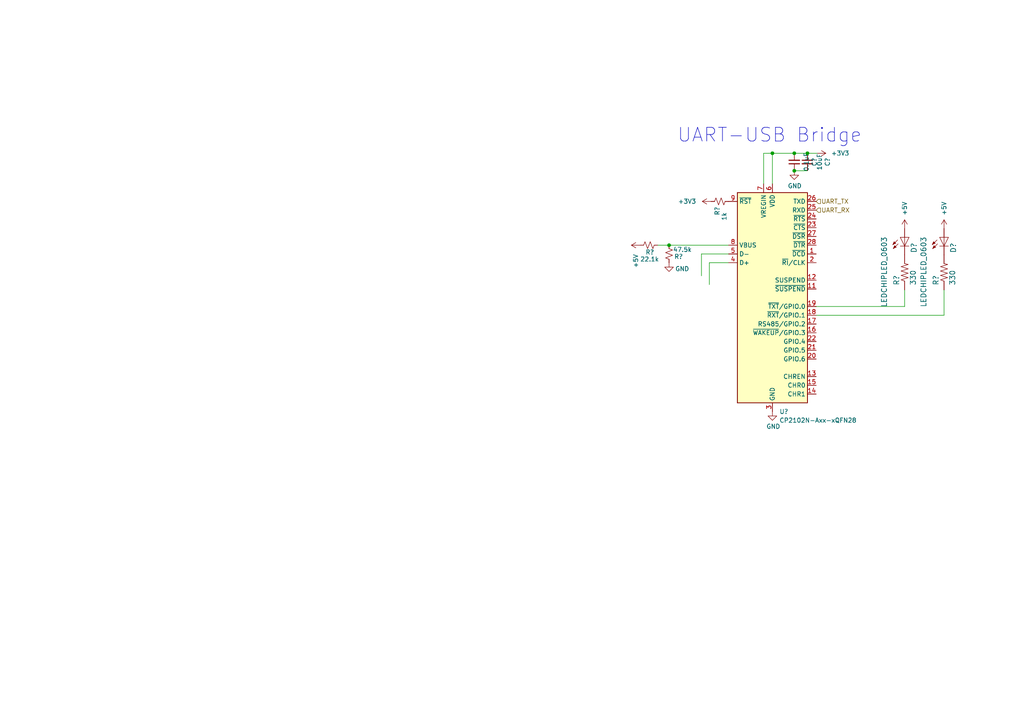
<source format=kicad_sch>
(kicad_sch (version 20211123) (generator eeschema)
  (paper "A4")
  (lib_symbols
    (symbol "Device:C_Small" (pin_numbers hide) (pin_names (offset 0.254) hide)
      (property "Reference" "C" (at 0.254 1.778 0))
      (property "Value" "C_Small" (at 0.254 -2.032 0))
      (symbol "C_Small_0_1"
        (polyline (pts (xy -1.524 -0.508) (xy 1.524 -0.508)) (stroke (width 0.3302)))
        (polyline (pts (xy -1.524 0.508) (xy 1.524 0.508)) (stroke (width 0.3048)))
      )
      (symbol "C_Small_1_1"
        (pin passive line (at 0 2.54 270) (length 2.032) (name "~") (number "1"))
        (pin passive line (at 0 -2.54 90) (length 2.032) (name "~") (number "2"))
      )
    )
    (symbol "Device:R_Small_US" (pin_numbers hide) (pin_names (offset 0.254) hide)
      (property "Reference" "R" (at 0.762 0.508 0))
      (property "Value" "R_Small_US" (at 0.762 -1.016 0))
      (symbol "R_Small_US_1_1"
        (polyline (pts (xy 0 0) (xy 1.016 -0.381) (xy 0 -0.762) (xy -1.016 -1.143) (xy 0 -1.524)))
        (polyline (pts (xy 0 1.524) (xy 1.016 1.143) (xy 0 0.762) (xy -1.016 0.381) (xy 0 0)))
        (pin passive line (at 0 2.54 270) (length 1.016) (name "~") (number "1"))
        (pin passive line (at 0 -2.54 90) (length 1.016) (name "~") (number "2"))
      )
    )
    (symbol "EK-TM4C1294XL_REV_D-eagle-import:LEDCHIPLED_0603" (pin_names (offset 1.016))
      (property "Reference" "LED" (at 3.556 -4.572 90))
      (property "Value" "LEDCHIPLED_0603" (at 5.715 -4.572 90))
      (symbol "LEDCHIPLED_0603_1_0"
        (polyline (pts (xy -2.032 -0.762) (xy -3.429 -2.159)))
        (polyline (pts (xy -1.905 -1.905) (xy -3.302 -3.302)))
        (polyline (pts (xy 0 -2.54) (xy -1.27 -2.54)))
        (polyline (pts (xy 0 -2.54) (xy -1.27 0)))
        (polyline (pts (xy 0 0) (xy -1.27 0)))
        (polyline (pts (xy 0 0) (xy 0 -2.54)))
        (polyline (pts (xy 1.27 -2.54) (xy 0 -2.54)))
        (polyline (pts (xy 1.27 0) (xy 0 -2.54)))
        (polyline (pts (xy 1.27 0) (xy 0 0)))
        (polyline (pts (xy -3.429 -2.159) (xy -3.048 -1.27) (xy -2.54 -1.778)) (fill (type outline)))
        (polyline (pts (xy -3.302 -3.302) (xy -2.921 -2.413) (xy -2.413 -2.921)) (fill (type outline)))
        (pin passive line (at 0 2.54 270) (length 2.54) (name "A") (number "A"))
        (pin passive line (at 0 -5.08 90) (length 2.54) (name "C") (number "C"))
      )
    )
    (symbol "EK-TM4C1294XL_REV_D-eagle-import:R-US_R0402" (pin_names (offset 1.016))
      (property "Reference" "R" (at -3.81 1.4986 0))
      (property "Value" "R-US_R0402" (at -3.81 -3.302 0))
      (symbol "R-US_R0402_1_0"
        (polyline (pts (xy -2.54 0) (xy -2.159 1.016)))
        (polyline (pts (xy -2.159 1.016) (xy -1.524 -1.016)))
        (polyline (pts (xy -1.524 -1.016) (xy -0.889 1.016)))
        (polyline (pts (xy -0.889 1.016) (xy -0.254 -1.016)))
        (polyline (pts (xy -0.254 -1.016) (xy 0.381 1.016)))
        (polyline (pts (xy 0.381 1.016) (xy 1.016 -1.016)))
        (polyline (pts (xy 1.016 -1.016) (xy 1.651 1.016)))
        (polyline (pts (xy 1.651 1.016) (xy 2.286 -1.016)))
        (polyline (pts (xy 2.286 -1.016) (xy 2.54 0)))
        (pin passive line (at -5.08 0 0) (length 2.54) (name "1") (number "1"))
        (pin passive line (at 5.08 0 180) (length 2.54) (name "2") (number "2"))
      )
    )
    (symbol "Interface_USB:CP2102N-Axx-xQFN28"
      (property "Reference" "U" (at -8.89 31.75 0))
      (property "Value" "CP2102N-Axx-xQFN28" (at 12.7 31.75 0))
      (symbol "CP2102N-Axx-xQFN28_0_1"
        (rectangle (start -10.16 30.48) (end 10.16 -30.48) (stroke (width 0.254)) (fill (type background)))
      )
      (symbol "CP2102N-Axx-xQFN28_1_1"
        (pin input line (at 12.7 12.7 180) (length 2.54) (name "~{DCD}") (number "1"))
        (pin no_connect line (at -10.16 -27.94 0) (length 2.54) hide (name "NC") (number "10"))
        (pin output line (at 12.7 2.54 180) (length 2.54) (name "~{SUSPEND}") (number "11"))
        (pin output line (at 12.7 5.08 180) (length 2.54) (name "SUSPEND") (number "12"))
        (pin output line (at 12.7 -22.86 180) (length 2.54) (name "CHREN") (number "13"))
        (pin output line (at 12.7 -27.94 180) (length 2.54) (name "CHR1") (number "14"))
        (pin output line (at 12.7 -25.4 180) (length 2.54) (name "CHR0") (number "15"))
        (pin bidirectional line (at 12.7 -10.16 180) (length 2.54) (name "~{WAKEUP}/GPIO.3") (number "16"))
        (pin bidirectional line (at 12.7 -7.62 180) (length 2.54) (name "RS485/GPIO.2") (number "17"))
        (pin bidirectional line (at 12.7 -5.08 180) (length 2.54) (name "~{RXT}/GPIO.1") (number "18"))
        (pin bidirectional line (at 12.7 -2.54 180) (length 2.54) (name "~{TXT}/GPIO.0") (number "19"))
        (pin bidirectional line (at 12.7 10.16 180) (length 2.54) (name "~{RI}/CLK") (number "2"))
        (pin bidirectional line (at 12.7 -17.78 180) (length 2.54) (name "GPIO.6") (number "20"))
        (pin bidirectional line (at 12.7 -15.24 180) (length 2.54) (name "GPIO.5") (number "21"))
        (pin bidirectional line (at 12.7 -12.7 180) (length 2.54) (name "GPIO.4") (number "22"))
        (pin input line (at 12.7 20.32 180) (length 2.54) (name "~{CTS}") (number "23"))
        (pin output line (at 12.7 22.86 180) (length 2.54) (name "~{RTS}") (number "24"))
        (pin input line (at 12.7 25.4 180) (length 2.54) (name "RXD") (number "25"))
        (pin output line (at 12.7 27.94 180) (length 2.54) (name "TXD") (number "26"))
        (pin input line (at 12.7 17.78 180) (length 2.54) (name "~{DSR}") (number "27"))
        (pin output line (at 12.7 15.24 180) (length 2.54) (name "~{DTR}") (number "28"))
        (pin passive line (at 0 -33.02 90) (length 2.54) hide (name "GND") (number "29"))
        (pin power_in line (at 0 -33.02 90) (length 2.54) (name "GND") (number "3"))
        (pin bidirectional line (at -12.7 10.16 0) (length 2.54) (name "D+") (number "4"))
        (pin bidirectional line (at -12.7 12.7 0) (length 2.54) (name "D-") (number "5"))
        (pin power_in line (at 0 33.02 270) (length 2.54) (name "VDD") (number "6"))
        (pin power_in line (at -2.54 33.02 270) (length 2.54) (name "VREGIN") (number "7"))
        (pin input line (at -12.7 15.24 0) (length 2.54) (name "VBUS") (number "8"))
        (pin input line (at -12.7 27.94 0) (length 2.54) (name "~{RST}") (number "9"))
      )
    )
    (symbol "power:+3.3V" (power) (pin_names (offset 0))
      (property "Value" "+3.3V" (at 0 3.556 0))
      (symbol "+3.3V_0_1"
        (polyline (pts (xy -0.762 1.27) (xy 0 2.54)))
        (polyline (pts (xy 0 0) (xy 0 2.54)))
        (polyline (pts (xy 0 2.54) (xy 0.762 1.27)))
      )
      (symbol "+3.3V_1_1"
        (pin power_in line (at 0 0 90) (length 0) hide (name "+3V3") (number "1"))
      )
    )
    (symbol "power:+5V" (power) (pin_names (offset 0))
      (property "Value" "+5V" (at 0 3.556 0))
      (symbol "+5V_0_1"
        (polyline (pts (xy -0.762 1.27) (xy 0 2.54)))
        (polyline (pts (xy 0 0) (xy 0 2.54)))
        (polyline (pts (xy 0 2.54) (xy 0.762 1.27)))
      )
      (symbol "+5V_1_1"
        (pin power_in line (at 0 0 90) (length 0) hide (name "+5V") (number "1"))
      )
    )
    (symbol "power:GND" (power) (pin_names (offset 0))
      (property "Value" "GND" (at 0 -3.81 0))
      (symbol "GND_0_1"
        (polyline (pts (xy 0 0) (xy 0 -1.27) (xy 1.27 -1.27) (xy 0 -2.54) (xy -1.27 -1.27) (xy 0 -1.27)))
      )
      (symbol "GND_1_1"
        (pin power_in line (at 0 0 270) (length 0) hide (name "GND") (number "1"))
      )
    )
  )
  (junction (at 234.188 44.45))
  (junction (at 230.378 49.53))
  (junction (at 230.378 44.45))
  (junction (at 224.028 44.45))
  (junction (at 194.056 71.12))
  (wire (pts (xy 203.454 73.66) (xy 211.328 73.66)))
  (wire (pts (xy 194.056 71.12) (xy 211.328 71.12)))
  (wire (pts (xy 203.454 80.01) (xy 203.454 73.66)))
  (wire (pts (xy 211.328 76.2) (xy 205.74 76.2)))
  (wire (pts (xy 230.378 44.45) (xy 234.188 44.45)))
  (wire (pts (xy 273.812 84.074) (xy 273.812 91.44)))
  (wire (pts (xy 262.382 88.9) (xy 236.728 88.9)))
  (wire (pts (xy 273.812 91.44) (xy 236.728 91.44)))
  (wire (pts (xy 205.74 76.2) (xy 205.74 82.55)))
  (wire (pts (xy 224.028 44.45) (xy 230.378 44.45)))
  (wire (pts (xy 262.382 84.074) (xy 262.382 88.9)))
  (wire (pts (xy 221.488 44.45) (xy 224.028 44.45)))
  (wire (pts (xy 230.378 49.53) (xy 234.188 49.53)))
  (wire (pts (xy 221.488 44.45) (xy 221.488 53.34)))
  (wire (pts (xy 224.028 44.45) (xy 224.028 53.34)))
  (wire (pts (xy 190.754 71.12) (xy 194.056 71.12)))
  (wire (pts (xy 234.188 44.45) (xy 236.982 44.45)))
  (text "UART-USB Bridge" (at 196.342 41.656 0) (effects (font (size 3.9878 3.9878)) (justify left bottom)))
  (hierarchical_label "UART_RX" (shape input) (at 236.728 60.96 0))
  (hierarchical_label "UART_TX" (shape input) (at 236.728 58.42 0))
  (symbol (lib_id "power:+5V") (at 185.674 71.12 90) (unit 1)
    (property "Reference" "#PWR?" (effects hide))
    (property "Value" "+5V" (at 184.4041 73.66 0) (effects (justify right)))
  )
  (symbol (lib_id "power:+5V") (at 273.812 66.294 0) (unit 1)
    (property "Reference" "#PWR?" (effects hide))
    (property "Value" "+5V" (at 273.812 58.42 90) (effects (justify right)))
  )
  (symbol (lib_id "Device:R_Small_US") (at 188.214 71.12 90) (unit 1)
    (property "Reference" "R?" (at 187.198 73.152 90) (effects (justify right)))
    (property "Value" "22.1k" (at 185.674 75.184 90) (effects (justify right)))
  )
  (symbol (lib_id "EK-TM4C1294XL_REV_D-eagle-import:R-US_R0402") (at 273.812 78.994 90) (unit 1)
    (property "Reference" "R?" (at 272.3134 82.804 0) (effects (font (size 1.4986 1.4986)) (justify left bottom)))
    (property "Value" "330" (at 277.114 82.804 0) (effects (font (size 1.4986 1.4986)) (justify left bottom)))
    (property "Footprint" "Resistor_SMD:R_0402_1005Metric" (effects hide))
    (property "GNUM" "G11-R0402-3300-AAA" (effects hide))
  )
  (symbol (lib_id "EK-TM4C1294XL_REV_D-eagle-import:LEDCHIPLED_0603") (at 273.812 68.834 0) (unit 1)
    (property "Reference" "D?" (at 277.368 73.406 90) (effects (font (size 1.4986 1.4986)) (justify left bottom)))
    (property "Value" "LEDCHIPLED_0603" (at 268.732 89.154 90) (effects (font (size 1.4986 1.4986)) (justify left bottom)))
    (property "Footprint" "LED_SMD:LED_0603_1608Metric" (effects hide))
    (property "GNUM" "G14-D0603-GR00-AAA" (effects hide))
  )
  (symbol (lib_id "Device:R_Small_US") (at 194.056 73.66 0) (unit 1)
    (property "Reference" "R?" (at 198.12 74.422 0) (effects (justify right)))
    (property "Value" "47.5k" (at 200.66 72.39 0) (effects (justify right)))
  )
  (symbol (lib_id "EK-TM4C1294XL_REV_D-eagle-import:R-US_R0402") (at 262.382 78.994 90) (unit 1)
    (property "Reference" "R?" (at 260.8834 82.804 0) (effects (font (size 1.4986 1.4986)) (justify left bottom)))
    (property "Value" "330" (at 265.684 82.804 0) (effects (font (size 1.4986 1.4986)) (justify left bottom)))
    (property "Footprint" "Resistor_SMD:R_0402_1005Metric" (effects hide))
    (property "GNUM" "G11-R0402-3300-AAA" (effects hide))
  )
  (symbol (lib_id "Device:C_Small") (at 230.378 46.99 180) (unit 1)
    (property "Reference" "C?" (at 236.1946 46.99 90))
    (property "Value" "0.1uF" (at 233.8832 46.99 90))
    (property "Footprint" "Capacitor_SMD:C_0402_1005Metric" (effects hide))
  )
  (symbol (lib_id "power:GND") (at 224.028 119.38 0) (unit 1)
    (property "Reference" "#PWR?" (effects hide))
    (property "Value" "GND" (at 222.25 123.698 0) (effects (justify left)))
  )
  (symbol (lib_id "power:+3.3V") (at 236.982 44.45 270) (unit 1)
    (property "Reference" "#PWR?" (effects hide))
    (property "Value" "+3.3V" (at 241.046 44.4499 90) (effects (justify left)))
  )
  (symbol (lib_id "EK-TM4C1294XL_REV_D-eagle-import:LEDCHIPLED_0603") (at 262.382 68.834 0) (unit 1)
    (property "Reference" "D?" (at 265.938 73.406 90) (effects (font (size 1.4986 1.4986)) (justify left bottom)))
    (property "Value" "LEDCHIPLED_0603" (at 257.302 89.154 90) (effects (font (size 1.4986 1.4986)) (justify left bottom)))
    (property "Footprint" "LED_SMD:LED_0603_1608Metric" (effects hide))
    (property "GNUM" "G14-D0603-GR00-AAA" (effects hide))
  )
  (symbol (lib_id "power:+5V") (at 262.382 66.294 0) (unit 1)
    (property "Reference" "#PWR?" (effects hide))
    (property "Value" "+5V" (at 262.382 58.42 90) (effects (justify right)))
  )
  (symbol (lib_id "Device:R_Small_US") (at 208.788 58.42 270) (unit 1)
    (property "Reference" "R?" (at 208.026 62.484 0) (effects (justify right)))
    (property "Value" "1k" (at 210.058 64.008 0) (effects (justify right)))
  )
  (symbol (lib_id "power:GND") (at 194.056 76.2 0) (unit 1)
    (property "Reference" "#PWR?" (effects hide))
    (property "Value" "GND" (at 197.866 77.978 0))
  )
  (symbol (lib_id "power:+3.3V") (at 206.248 58.42 90) (unit 1)
    (property "Reference" "#PWR?" (effects hide))
    (property "Value" "+3.3V" (at 201.93 58.4199 90) (effects (justify left)))
  )
  (symbol (lib_id "Interface_USB:CP2102N-Axx-xQFN28") (at 224.028 86.36 0) (unit 1)
    (property "Reference" "U?" (at 226.0474 119.38 0) (effects (justify left)))
    (property "Value" "CP2102N-Axx-xQFN28" (at 226.0474 121.92 0) (effects (justify left)))
    (property "Footprint" "Package_DFN_QFN:QFN-28-1EP_5x5mm_P0.5mm_EP3.35x3.35mm" (effects hide))
    (property "Datasheet" "https://www.silabs.com/documents/public/data-sheets/cp2102n-datasheet.pdf" (effects hide))
  )
  (symbol (lib_id "Device:C_Small") (at 234.188 46.99 0) (unit 1)
    (property "Reference" "C?" (at 240.0046 46.99 90))
    (property "Value" "10uF" (at 237.6932 46.99 90))
    (property "Footprint" "Capacitor_SMD:C_0402_1005Metric" (effects hide))
  )
  (symbol (lib_id "power:GND") (at 230.378 49.53 0) (unit 1)
    (property "Reference" "#PWR?" (effects hide))
    (property "Value" "GND" (at 230.505 53.9242 0))
  )
)
</source>
